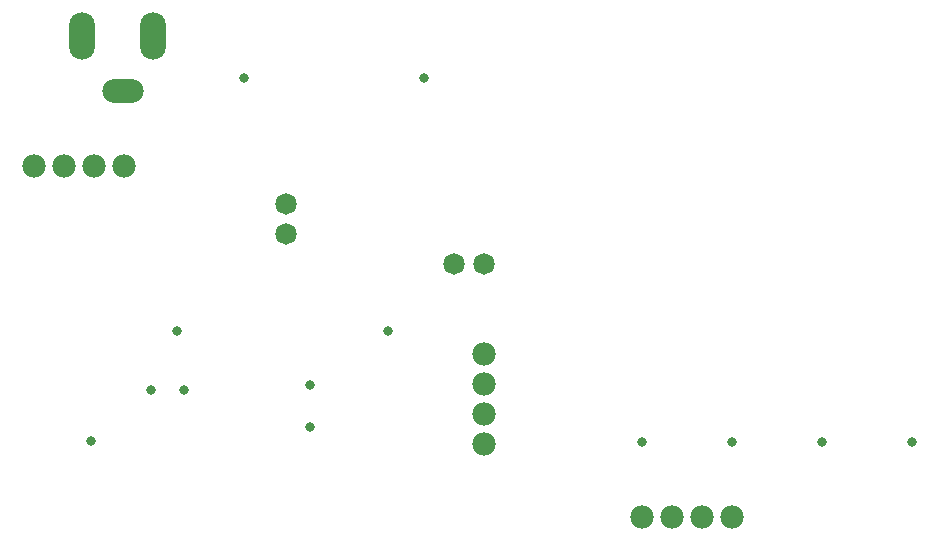
<source format=gbs>
G04*
G04 #@! TF.GenerationSoftware,Altium Limited,Altium Designer,25.2.1 (25)*
G04*
G04 Layer_Color=16711935*
%FSLAX25Y25*%
%MOIN*%
G70*
G04*
G04 #@! TF.SameCoordinates,33EAF51A-26EF-4A86-81AC-10F0C2BF7AB2*
G04*
G04*
G04 #@! TF.FilePolarity,Negative*
G04*
G01*
G75*
%ADD22C,0.00000*%
%ADD26O,0.08674X0.15761*%
%ADD27O,0.13792X0.07887*%
%ADD28C,0.07800*%
%ADD29C,0.07178*%
%ADD30C,0.03300*%
D22*
X107390Y110000D02*
G03*
X107390Y110000I-3390J0D01*
G01*
Y120000D02*
G03*
X107390Y120000I-3390J0D01*
G01*
X173390Y100000D02*
G03*
X173390Y100000I-3390J0D01*
G01*
X163390D02*
G03*
X163390Y100000I-3390J0D01*
G01*
D26*
X59622Y176000D02*
D03*
X36000D02*
D03*
D27*
X49779Y157693D02*
D03*
D28*
X40000Y132500D02*
D03*
X50000D02*
D03*
X20000D02*
D03*
X30000D02*
D03*
X242500Y15500D02*
D03*
X252500D02*
D03*
X222500D02*
D03*
X232500D02*
D03*
X170000Y60000D02*
D03*
Y70000D02*
D03*
Y40000D02*
D03*
Y50000D02*
D03*
D29*
X104000Y110000D02*
D03*
Y120000D02*
D03*
X170000Y100000D02*
D03*
X160000D02*
D03*
D30*
X59000Y58000D02*
D03*
X112000Y45500D02*
D03*
Y59500D02*
D03*
X70000Y58000D02*
D03*
X138000Y77500D02*
D03*
X90000Y162000D02*
D03*
X39000Y41000D02*
D03*
X150000Y162000D02*
D03*
X67500Y77500D02*
D03*
X312500Y40500D02*
D03*
X282500D02*
D03*
X252500D02*
D03*
X222500D02*
D03*
M02*

</source>
